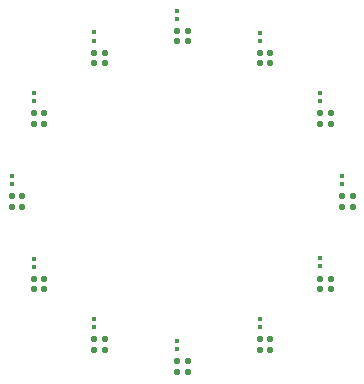
<source format=gtp>
%TF.GenerationSoftware,KiCad,Pcbnew,7.0.10-7.0.10~ubuntu22.04.1*%
%TF.CreationDate,2024-04-10T21:56:47+02:00*%
%TF.ProjectId,STM32_watch_NFC,53544d33-325f-4776-9174-63685f4e4643,rev?*%
%TF.SameCoordinates,Original*%
%TF.FileFunction,Paste,Top*%
%TF.FilePolarity,Positive*%
%FSLAX46Y46*%
G04 Gerber Fmt 4.6, Leading zero omitted, Abs format (unit mm)*
G04 Created by KiCad (PCBNEW 7.0.10-7.0.10~ubuntu22.04.1) date 2024-04-10 21:56:47*
%MOMM*%
%LPD*%
G01*
G04 APERTURE LIST*
G04 Aperture macros list*
%AMRoundRect*
0 Rectangle with rounded corners*
0 $1 Rounding radius*
0 $2 $3 $4 $5 $6 $7 $8 $9 X,Y pos of 4 corners*
0 Add a 4 corners polygon primitive as box body*
4,1,4,$2,$3,$4,$5,$6,$7,$8,$9,$2,$3,0*
0 Add four circle primitives for the rounded corners*
1,1,$1+$1,$2,$3*
1,1,$1+$1,$4,$5*
1,1,$1+$1,$6,$7*
1,1,$1+$1,$8,$9*
0 Add four rect primitives between the rounded corners*
20,1,$1+$1,$2,$3,$4,$5,0*
20,1,$1+$1,$4,$5,$6,$7,0*
20,1,$1+$1,$6,$7,$8,$9,0*
20,1,$1+$1,$8,$9,$2,$3,0*%
G04 Aperture macros list end*
%ADD10RoundRect,0.079500X0.100500X-0.079500X0.100500X0.079500X-0.100500X0.079500X-0.100500X-0.079500X0*%
%ADD11RoundRect,0.125000X0.125000X-0.125000X0.125000X0.125000X-0.125000X0.125000X-0.125000X-0.125000X0*%
G04 APERTURE END LIST*
D10*
%TO.C,C21*%
X134050000Y-103545000D03*
X134050000Y-102855000D03*
%TD*%
%TO.C,C15*%
X162050000Y-103540000D03*
X162050000Y-102850000D03*
%TD*%
D11*
%TO.C,D5*%
X160174356Y-112450000D03*
X161074356Y-112450000D03*
X161074356Y-111550000D03*
X160174356Y-111550000D03*
%TD*%
%TO.C,D11*%
X135925644Y-98450000D03*
X136825644Y-98450000D03*
X136825644Y-97550000D03*
X135925644Y-97550000D03*
%TD*%
D10*
%TO.C,C20*%
X135925000Y-110545000D03*
X135925000Y-109855000D03*
%TD*%
%TO.C,C23*%
X141050000Y-91400000D03*
X141050000Y-90710000D03*
%TD*%
D11*
%TO.C,D6*%
X155050000Y-117574356D03*
X155950000Y-117574356D03*
X155950000Y-116674356D03*
X155050000Y-116674356D03*
%TD*%
%TO.C,D8*%
X141050000Y-117574356D03*
X141950000Y-117574356D03*
X141950000Y-116674356D03*
X141050000Y-116674356D03*
%TD*%
D10*
%TO.C,C22*%
X135925000Y-96550000D03*
X135925000Y-95860000D03*
%TD*%
%TO.C,C14*%
X160175000Y-96545000D03*
X160175000Y-95855000D03*
%TD*%
D11*
%TO.C,D2*%
X155050000Y-93325644D03*
X155950000Y-93325644D03*
X155950000Y-92425644D03*
X155050000Y-92425644D03*
%TD*%
%TO.C,D1*%
X148050000Y-91450000D03*
X148950000Y-91450000D03*
X148950000Y-90550000D03*
X148050000Y-90550000D03*
%TD*%
D10*
%TO.C,C17*%
X155050000Y-115645000D03*
X155050000Y-114955000D03*
%TD*%
D11*
%TO.C,D7*%
X148050000Y-119450000D03*
X148950000Y-119450000D03*
X148950000Y-118550000D03*
X148050000Y-118550000D03*
%TD*%
%TO.C,D12*%
X141050000Y-93325644D03*
X141950000Y-93325644D03*
X141950000Y-92425644D03*
X141050000Y-92425644D03*
%TD*%
D10*
%TO.C,C16*%
X160175000Y-110525000D03*
X160175000Y-109835000D03*
%TD*%
%TO.C,C18*%
X148050000Y-117550000D03*
X148050000Y-116860000D03*
%TD*%
D11*
%TO.C,D4*%
X162050000Y-105450000D03*
X162950000Y-105450000D03*
X162950000Y-104550000D03*
X162050000Y-104550000D03*
%TD*%
%TO.C,D3*%
X160174356Y-98450000D03*
X161074356Y-98450000D03*
X161074356Y-97550000D03*
X160174356Y-97550000D03*
%TD*%
%TO.C,D10*%
X134050000Y-105450000D03*
X134950000Y-105450000D03*
X134950000Y-104550000D03*
X134050000Y-104550000D03*
%TD*%
%TO.C,D9*%
X135925644Y-112450000D03*
X136825644Y-112450000D03*
X136825644Y-111550000D03*
X135925644Y-111550000D03*
%TD*%
D10*
%TO.C,C12*%
X148050000Y-89545000D03*
X148050000Y-88855000D03*
%TD*%
%TO.C,C13*%
X155050000Y-91440000D03*
X155050000Y-90750000D03*
%TD*%
%TO.C,C19*%
X141050000Y-115670000D03*
X141050000Y-114980000D03*
%TD*%
M02*

</source>
